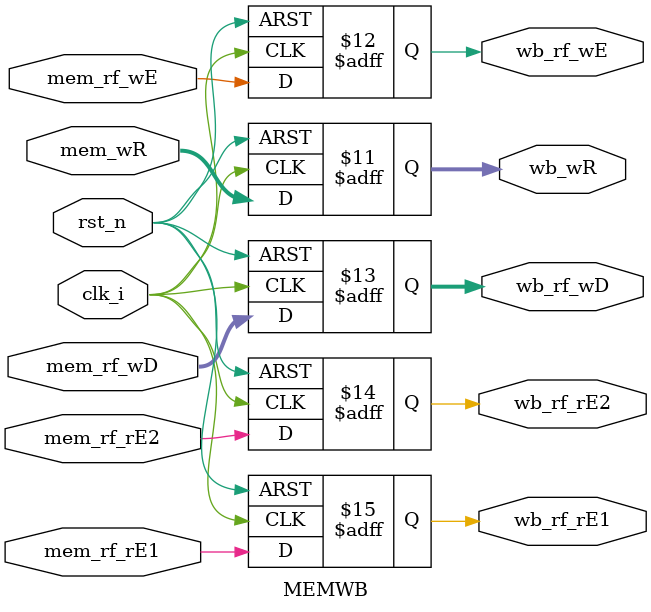
<source format=v>
`timescale 1ns / 1ps


module MEMWB(
    input wire          clk_i,
    input wire          rst_n,
    input wire [31:0]   mem_rf_wD,
    input wire          mem_rf_wE,
    input wire [4:0]    mem_wR,
    input wire          mem_rf_rE1,
    input wire          mem_rf_rE2,
    output reg [31:0]   wb_rf_wD,
    output reg          wb_rf_wE,
    output reg [4:0]    wb_wR,
    output reg          wb_rf_rE1,
    output reg          wb_rf_rE2
    );
always@(posedge clk_i or negedge rst_n)begin 
    if(~rst_n) wb_rf_rE1 <= 1'b0;
    else wb_rf_rE1 <= mem_rf_rE1;
end
always@(posedge clk_i or negedge rst_n)begin 
    if(~rst_n) wb_rf_rE2 <= 1'b0;
    else wb_rf_rE2 <= mem_rf_rE2;
end
always@(posedge clk_i or negedge rst_n)begin
    if(~rst_n) wb_rf_wD <= 32'b0;
    else wb_rf_wD <= mem_rf_wD;
end
always@(posedge clk_i or negedge rst_n)begin
    if(~rst_n) wb_rf_wE <= 1'b0;
    else wb_rf_wE <= mem_rf_wE;
end
always@(posedge clk_i or negedge rst_n)begin
    if(~rst_n) wb_wR <= 5'b0;
    else wb_wR <= mem_wR;
end


endmodule

</source>
